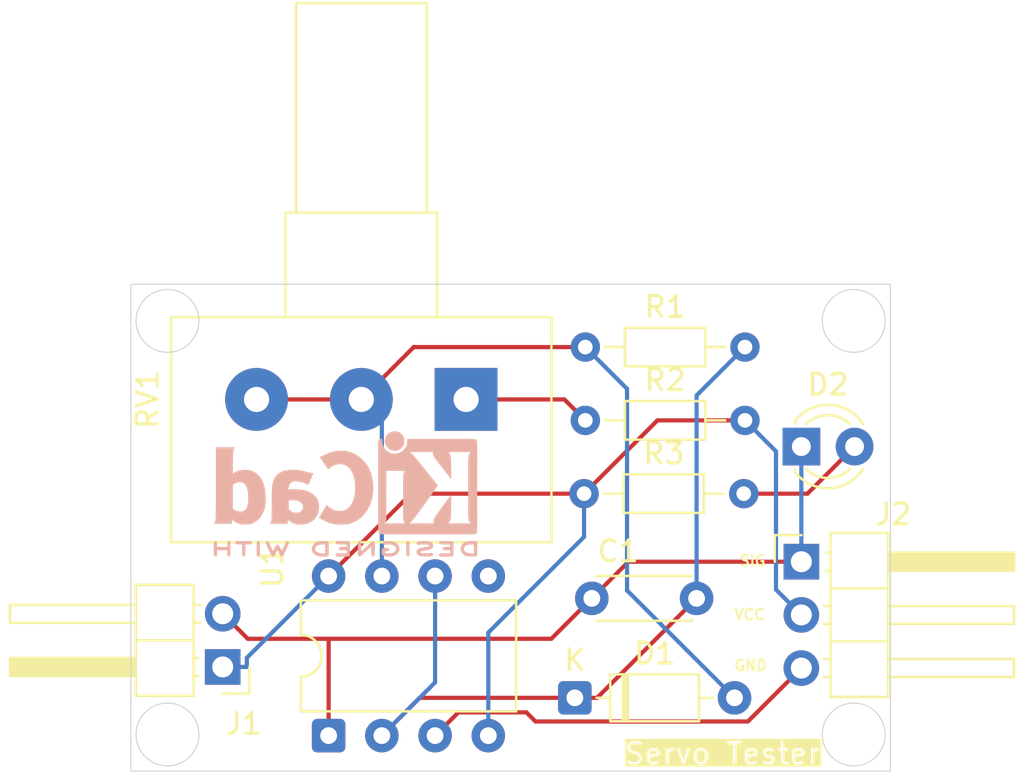
<source format=kicad_pcb>
(kicad_pcb (version 20241229) (generator "pcbnew") (generator_version "9.0")
  (layers (0 "F.Cu" signal) (2 "B.Cu" signal) (13 "F.Paste" user) (15 "B.Paste" user) (5 "F.SilkS" user "F.Silkscreen") (7 "B.SilkS" user "B.Silkscreen") (1 "F.Mask" user) (3 "B.Mask" user) (25 "Edge.Cuts" user))
  (net 0 "")
  (net 1 "Net-(D1-K)")
  (net 2 "GND")
  (net 3 "Net-(D1-A)")
  (net 4 "Net-(D2-A)")
  (net 5 "Net-(J1-Pin_1)")
  (net 6 "Net-(J2-Pin_3)")
  (net 7 "Net-(R2-Pad1)")
  (footprint "Capacitor_THT:C_Disc_D4.3mm_W1.9mm_P5.00mm" (layer "F.Cu") (at 136.25 62.75)
    (property "Reference" "C1" (at 1.25 -2.25 0) (layer "F.SilkS"))
    (property "Value" "22nF")
    (pad "1" thru_hole circle (at 0 0) (size 1.6 1.6) (drill 0.8) (layers "*.Cu" "*.Mask") (net 2 "GND"))
    (pad "2" thru_hole circle (at 5 0) (size 1.6 1.6) (drill 0.8) (layers "*.Cu" "*.Mask") (net 1 "Net-(D1-K)"))
  )
  (footprint "Potentiometer_THT:Potentiometer_Alps_RK163_Single_Horizontal" (layer "F.Cu") (at 130.25 53.25 -90)
    (property "Reference" "RV1" (at 0 15.2 90) (layer "F.SilkS"))
    (property "Value" "100k")
    (pad "1" thru_hole rect (at 0 0 90) (size 3 3) (drill 1.2) (layers "*.Cu" "*.Mask") (net 7 "Net-(R2-Pad1)"))
    (pad "2" thru_hole circle (at 0 5 90) (size 3 3) (drill 1.2) (layers "*.Cu" "*.Mask") (net 3 "Net-(D1-A)"))
    (pad "3" thru_hole circle (at 0 10 90) (size 3 3) (drill 1.2) (layers "*.Cu" "*.Mask") (net 3 "Net-(D1-A)"))
  )
  (footprint "LED_THT:LED_D3.0mm" (layer "F.Cu") (at 146.25 55.5)
    (property "Reference" "D2" (at 1.27 -2.96 0) (layer "F.SilkS"))
    (property "Value" "LED")
    (pad "1" thru_hole rect (at 0 0) (size 1.8 1.8) (drill 0.9) (layers "*.Cu" "*.Mask") (net 2 "GND"))
    (pad "2" thru_hole circle (at 2.54 0) (size 1.8 1.8) (drill 0.9) (layers "*.Cu" "*.Mask") (net 4 "Net-(D2-A)"))
  )
  (footprint "Package_DIP:DIP-8_W7.62mm" (layer "F.Cu") (at 123.69 69.305 90)
    (property "Reference" "U1" (at 8.055 -2.69 90) (layer "F.SilkS"))
    (property "Value" "NE555P")
    (pad "1" thru_hole roundrect (at 0 0 90) (size 1.6 1.6) (drill 0.8) (layers "*.Cu" "*.Mask") (roundrect_rratio 0.15625) (net 2 "GND"))
    (pad "2" thru_hole circle (at 0 2.54 90) (size 1.6 1.6) (drill 0.8) (layers "*.Cu" "*.Mask") (net 1 "Net-(D1-K)"))
    (pad "3" thru_hole circle (at 0 5.08 90) (size 1.6 1.6) (drill 0.8) (layers "*.Cu" "*.Mask") (net 6 "Net-(J2-Pin_3)"))
    (pad "4" thru_hole circle (at 0 7.62 90) (size 1.6 1.6) (drill 0.8) (layers "*.Cu" "*.Mask") (net 5 "Net-(J1-Pin_1)"))
    (pad "5" thru_hole circle (at 7.62 7.62 90) (size 1.6 1.6) (drill 0.8) (layers "*.Cu" "*.Mask"))
    (pad "6" thru_hole circle (at 7.62 5.08 90) (size 1.6 1.6) (drill 0.8) (layers "*.Cu" "*.Mask") (net 1 "Net-(D1-K)"))
    (pad "7" thru_hole circle (at 7.62 2.54 90) (size 1.6 1.6) (drill 0.8) (layers "*.Cu" "*.Mask") (net 3 "Net-(D1-A)"))
    (pad "8" thru_hole circle (at 7.62 0 90) (size 1.6 1.6) (drill 0.8) (layers "*.Cu" "*.Mask") (net 5 "Net-(J1-Pin_1)"))
  )
  (footprint "Connector_PinHeader_2.54mm:PinHeader_1x03_P2.54mm_Horizontal" (layer "F.Cu") (at 146.25 61)
    (property "Reference" "J2" (at 4.385 -2.27 0) (layer "F.SilkS"))
    (property "Value" "Conn_01x03_Pin")
    (pad "1" thru_hole rect (at 0 0) (size 1.7 1.7) (drill 1) (layers "*.Cu" "*.Mask") (net 2 "GND"))
    (pad "2" thru_hole circle (at 0 2.54) (size 1.7 1.7) (drill 1) (layers "*.Cu" "*.Mask") (net 5 "Net-(J1-Pin_1)"))
    (pad "3" thru_hole circle (at 0 5.08) (size 1.7 1.7) (drill 1) (layers "*.Cu" "*.Mask") (net 6 "Net-(J2-Pin_3)"))
  )
  (footprint "Resistor_THT:R_Axial_DIN0204_L3.6mm_D1.6mm_P7.62mm_Horizontal" (layer "F.Cu") (at 135.88 57.75)
    (property "Reference" "R3" (at 3.81 -1.92 0) (layer "F.SilkS"))
    (property "Value" "1k")
    (pad "1" thru_hole circle (at 0 0) (size 1.4 1.4) (drill 0.7) (layers "*.Cu" "*.Mask") (net 5 "Net-(J1-Pin_1)"))
    (pad "2" thru_hole circle (at 7.62 0) (size 1.4 1.4) (drill 0.7) (layers "*.Cu" "*.Mask") (net 4 "Net-(D2-A)"))
  )
  (footprint "Diode_THT:D_DO-35_SOD27_P7.62mm_Horizontal" (layer "F.Cu") (at 135.44 67.5)
    (property "Reference" "D1" (at 3.81 -2.12 0) (layer "F.SilkS"))
    (property "Value" "1N4148")
    (fp_text user "K" (at 0 -1.8 0) (layer "F.SilkS"))
    (pad "1" thru_hole roundrect (at 0 0) (size 1.6 1.6) (drill 0.8) (layers "*.Cu" "*.Mask") (roundrect_rratio 0.15625) (net 1 "Net-(D1-K)"))
    (pad "2" thru_hole circle (at 7.62 0) (size 1.6 1.6) (drill 0.8) (layers "*.Cu" "*.Mask") (net 3 "Net-(D1-A)"))
  )
  (footprint "Resistor_THT:R_Axial_DIN0204_L3.6mm_D1.6mm_P7.62mm_Horizontal" (layer "F.Cu") (at 135.94 50.75)
    (property "Reference" "R1" (at 3.81 -1.92 0) (layer "F.SilkS"))
    (property "Value" "3M3")
    (pad "1" thru_hole circle (at 0 0) (size 1.4 1.4) (drill 0.7) (layers "*.Cu" "*.Mask") (net 3 "Net-(D1-A)"))
    (pad "2" thru_hole circle (at 7.62 0) (size 1.4 1.4) (drill 0.7) (layers "*.Cu" "*.Mask") (net 1 "Net-(D1-K)"))
  )
  (footprint "Resistor_THT:R_Axial_DIN0204_L3.6mm_D1.6mm_P7.62mm_Horizontal" (layer "F.Cu") (at 135.94 54.25)
    (property "Reference" "R2" (at 3.81 -1.92 0) (layer "F.SilkS"))
    (property "Value" "56k")
    (pad "1" thru_hole circle (at 0 0) (size 1.4 1.4) (drill 0.7) (layers "*.Cu" "*.Mask") (net 7 "Net-(R2-Pad1)"))
    (pad "2" thru_hole circle (at 7.62 0) (size 1.4 1.4) (drill 0.7) (layers "*.Cu" "*.Mask") (net 5 "Net-(J1-Pin_1)"))
  )
  (footprint "Connector_PinHeader_2.54mm:PinHeader_1x02_P2.54mm_Horizontal" (layer "F.Cu") (at 118.635 66.025 180)
    (property "Reference" "J1" (at -1 -2.71 0) (layer "F.SilkS"))
    (property "Value" "Conn_01x02_Pin")
    (pad "1" thru_hole rect (at 0 0 180) (size 1.7 1.7) (drill 1) (layers "*.Cu" "*.Mask") (net 5 "Net-(J1-Pin_1)"))
    (pad "2" thru_hole circle (at 0 2.54 180) (size 1.7 1.7) (drill 1) (layers "*.Cu" "*.Mask") (net 2 "GND"))
  )
  (footprint "Symbol:KiCad-Logo2_5mm_SilkScreen" (layer "B.Cu") (at 124.5 57.75 180)
    (property "Reference" "REF**" (hide yes))
    (property "Value" "KiCad-Logo2_5mm_SilkScreen" (hide yes))
  )
  (gr_rect (start 114.25 47.75) (end 150.5 71) (stroke (width 0.05)) (fill no) (layer "Edge.Cuts"))
  (gr_circle (center 148.75 69.25) (end 150.25 69.25) (stroke (width 0.05)) (fill no) (layer "Edge.Cuts"))
  (gr_circle (center 148.75 49.5) (end 150.25 49.5) (stroke (width 0.05)) (fill no) (layer "Edge.Cuts"))
  (gr_circle (center 116 69.25) (end 117.5 69.25) (stroke (width 0.05)) (fill no) (layer "Edge.Cuts"))
  (gr_circle (center 116 49.5) (end 117.5 49.5) (stroke (width 0.05)) (fill no) (layer "Edge.Cuts"))
  (gr_text "VCC" (at 143 63.82 0) (layer "F.SilkS") (effects (font (size 0.5 0.5) (thickness 0.1)) (justify left bottom)))
  (gr_text "GND" (at 143 66.25 0) (layer "F.SilkS") (effects (font (size 0.5 0.5) (thickness 0.1)) (justify left bottom)))
  (gr_text "SIG" (at 143.25 61.25 0) (layer "F.SilkS") (effects (font (size 0.5 0.5) (thickness 0.1)) (justify left bottom)))
  (gr_text "Servo Tester" (at 137.75 70.75 0) (layer "F.SilkS" knockout) (effects (font (size 1 1) (thickness 0.1)) (justify left bottom)))
  (segment (start 135.44 67.5) (end 128.035 67.5) (width 0.2) (layer "F.Cu") (net 1))
  (segment (start 136.5 67.5) (end 135.44 67.5) (width 0.2) (layer "F.Cu") (net 1))
  (segment (start 128.035 67.5) (end 126.23 69.305) (width 0.2) (layer "F.Cu") (net 1))
  (segment (start 141.25 62.75) (end 136.5 67.5) (width 0.2) (layer "F.Cu") (net 1))
  (segment (start 141.25 62.75) (end 141.25 53.06) (width 0.2) (layer "B.Cu") (net 1))
  (segment (start 141.25 53.06) (end 143.56 50.75) (width 0.2) (layer "B.Cu") (net 1))
  (segment (start 126.23 69.305) (end 128.77 66.765) (width 0.2) (layer "B.Cu") (net 1))
  (segment (start 128.77 66.765) (end 128.77 61.685) (width 0.2) (layer "B.Cu") (net 1))
  (segment (start 123.69 64.6806) (end 134.3194 64.6806) (width 0.2) (layer "F.Cu") (net 2))
  (segment (start 119.8719 64.6806) (end 119.8306 64.6806) (width 0.2) (layer "F.Cu") (net 2))
  (segment (start 123.69 64.6806) (end 119.8719 64.6806) (width 0.2) (layer "F.Cu") (net 2))
  (segment (start 138 61) (end 146.25 61) (width 0.2) (layer "F.Cu") (net 2))
  (segment (start 123.69 64.6806) (end 123.69 69.305) (width 0.2) (layer "F.Cu") (net 2))
  (segment (start 118.635 63.485) (end 119.8306 64.6806) (width 0.2) (layer "F.Cu") (net 2))
  (segment (start 136.25 62.75) (end 138 61) (width 0.2) (layer "F.Cu") (net 2))
  (segment (start 134.3194 64.6806) (end 136.25 62.75) (width 0.2) (layer "F.Cu") (net 2))
  (segment (start 146.25 55.5) (end 146.25 61) (width 0.2) (layer "B.Cu") (net 2))
  (segment (start 135.94 50.75) (end 127.75 50.75) (width 0.2) (layer "F.Cu") (net 3))
  (segment (start 125.25 53.25) (end 120.25 53.25) (width 0.2) (layer "F.Cu") (net 3))
  (segment (start 127.75 50.75) (end 125.25 53.25) (width 0.2) (layer "F.Cu") (net 3))
  (segment (start 137.931 62.371) (end 137.931 52.741) (width 0.2) (layer "B.Cu") (net 3))
  (segment (start 143.06 67.5) (end 137.931 62.371) (width 0.2) (layer "B.Cu") (net 3))
  (segment (start 126.23 61.685) (end 126.23 54.23) (width 0.2) (layer "B.Cu") (net 3))
  (segment (start 137.931 52.741) (end 135.94 50.75) (width 0.2) (layer "B.Cu") (net 3))
  (segment (start 126.23 54.23) (end 125.25 53.25) (width 0.2) (layer "B.Cu") (net 3))
  (segment (start 146.54 57.75) (end 143.5 57.75) (width 0.2) (layer "F.Cu") (net 4))
  (segment (start 148.79 55.5) (end 146.54 57.75) (width 0.2) (layer "F.Cu") (net 4))
  (segment (start 127.625 57.75) (end 123.69 61.685) (width 0.2) (layer "F.Cu") (net 5))
  (segment (start 139.38 54.25) (end 135.88 57.75) (width 0.2) (layer "F.Cu") (net 5))
  (segment (start 143.56 54.25) (end 139.38 54.25) (width 0.2) (layer "F.Cu") (net 5))
  (segment (start 135.88 57.75) (end 127.625 57.75) (width 0.2) (layer "F.Cu") (net 5))
  (segment (start 135.88 59.8135) (end 135.88 57.75) (width 0.2) (layer "B.Cu") (net 5))
  (segment (start 118.635 66.025) (end 119.7867 66.025) (width 0.2) (layer "B.Cu") (net 5))
  (segment (start 145.0399 55.7299) (end 145.0399 62.3299) (width 0.2) (layer "B.Cu") (net 5))
  (segment (start 131.31 69.305) (end 131.31 64.3835) (width 0.2) (layer "B.Cu") (net 5))
  (segment (start 131.31 64.3835) (end 135.88 59.8135) (width 0.2) (layer "B.Cu") (net 5))
  (segment (start 119.7867 66.025) (end 119.7867 65.5883) (width 0.2) (layer "B.Cu") (net 5))
  (segment (start 145.0399 62.3299) (end 146.25 63.54) (width 0.2) (layer "B.Cu") (net 5))
  (segment (start 119.7867 65.5883) (end 123.69 61.685) (width 0.2) (layer "B.Cu") (net 5))
  (segment (start 143.56 54.25) (end 145.0399 55.7299) (width 0.2) (layer "B.Cu") (net 5))
  (segment (start 143.6993 68.6307) (end 133.5631 68.6307) (width 0.2) (layer "F.Cu") (net 6))
  (segment (start 146.25 66.08) (end 143.6993 68.6307) (width 0.2) (layer "F.Cu") (net 6))
  (segment (start 129.8813 68.1937) (end 128.77 69.305) (width 0.2) (layer "F.Cu") (net 6))
  (segment (start 133.5631 68.6307) (end 133.1261 68.1937) (width 0.2) (layer "F.Cu") (net 6))
  (segment (start 133.1261 68.1937) (end 129.8813 68.1937) (width 0.2) (layer "F.Cu") (net 6))
  (segment (start 134.94 53.25) (end 135.94 54.25) (width 0.2) (layer "F.Cu") (net 7))
  (segment (start 130.25 53.25) (end 134.94 53.25) (width 0.2) (layer "F.Cu") (net 7))
)
</source>
